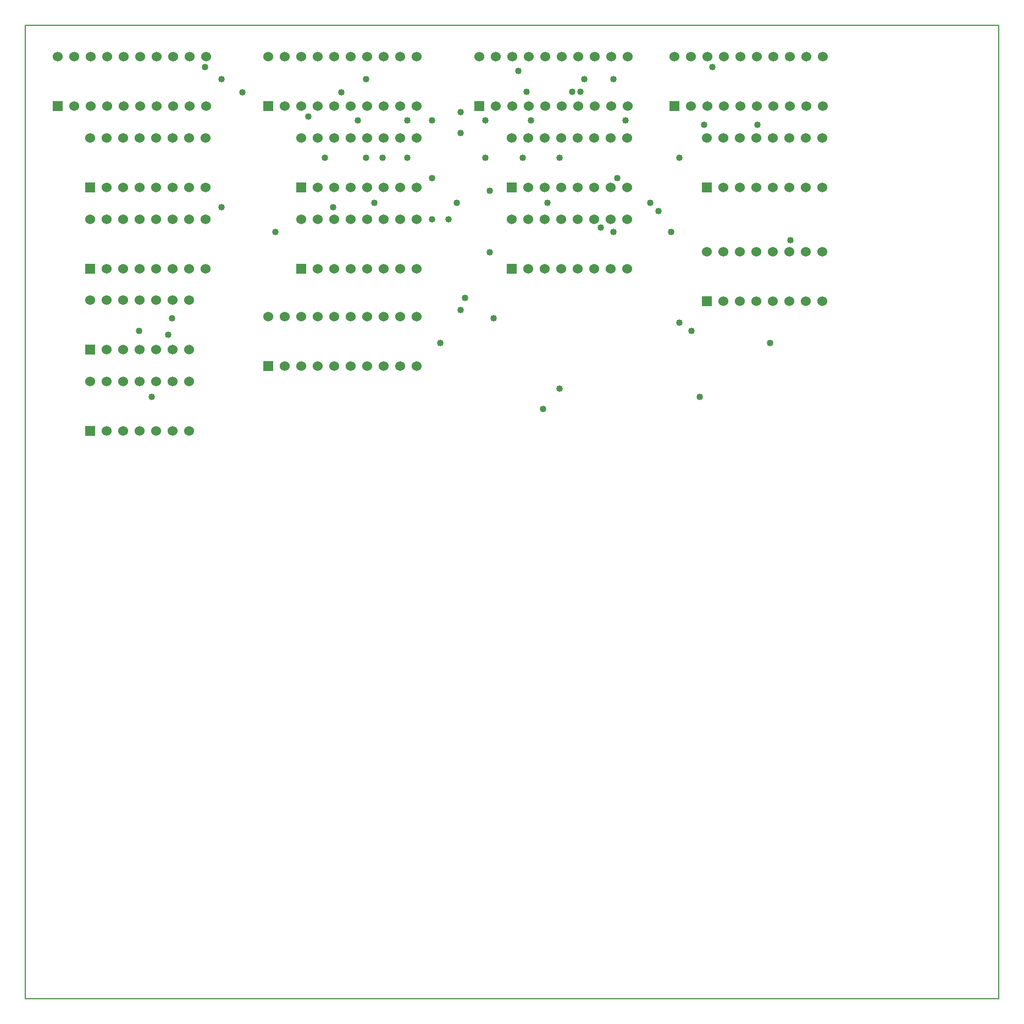
<source format=gbr>
G04 PROTEUS GERBER X2 FILE*
%TF.GenerationSoftware,Labcenter,Proteus,8.6-SP2-Build23525*%
%TF.CreationDate,2019-09-23T20:59:54+00:00*%
%TF.FileFunction,Soldermask,Bot*%
%TF.FilePolarity,Negative*%
%TF.Part,Single*%
%FSLAX45Y45*%
%MOMM*%
G01*
%TA.AperFunction,Material*%
%ADD16C,1.016000*%
%AMPPAD007*
4,1,36,
-0.635000,0.762000,
0.635000,0.762000,
0.660970,0.759470,
0.684980,0.752200,
0.706580,0.740650,
0.725290,0.725290,
0.740650,0.706570,
0.752200,0.684980,
0.759470,0.660970,
0.762000,0.635000,
0.762000,-0.635000,
0.759470,-0.660970,
0.752200,-0.684980,
0.740650,-0.706570,
0.725290,-0.725290,
0.706580,-0.740650,
0.684980,-0.752200,
0.660970,-0.759470,
0.635000,-0.762000,
-0.635000,-0.762000,
-0.660970,-0.759470,
-0.684980,-0.752200,
-0.706580,-0.740650,
-0.725290,-0.725290,
-0.740650,-0.706570,
-0.752200,-0.684980,
-0.759470,-0.660970,
-0.762000,-0.635000,
-0.762000,0.635000,
-0.759470,0.660970,
-0.752200,0.684980,
-0.740650,0.706570,
-0.725290,0.725290,
-0.706580,0.740650,
-0.684980,0.752200,
-0.660970,0.759470,
-0.635000,0.762000,
0*%
%TA.AperFunction,Material*%
%ADD17PPAD007*%
%ADD18C,1.524000*%
%TA.AperFunction,Profile*%
%ADD14C,0.203200*%
%TD.AperFunction*%
D16*
X-1206500Y+8191500D03*
X-2730500Y+6794500D03*
X-11239500Y+6794500D03*
X-2921000Y+9461500D03*
X-2921000Y+6921500D03*
X-1524000Y+6604000D03*
X-10795000Y+6731000D03*
X-2603500Y+5778500D03*
X-11049000Y+5778500D03*
X-2540000Y+9969500D03*
X-1714500Y+9969500D03*
X-10223500Y+10858500D03*
X-6731000Y+8509000D03*
X-3048000Y+8318500D03*
X-3937000Y+8318500D03*
X-6477000Y+8509000D03*
X-3937000Y+10668000D03*
X-3238500Y+8636000D03*
X-7620000Y+8763000D03*
X-3365500Y+8763000D03*
X-7747000Y+10668000D03*
X-9969500Y+10668000D03*
X-9969500Y+8699500D03*
X-8255000Y+8699500D03*
X-4953000Y+8763000D03*
X-6350000Y+8763000D03*
X-2413000Y+10858500D03*
X-4381500Y+10668000D03*
X-6286500Y+9842500D03*
X-5905500Y+10033000D03*
X-5207000Y+10033000D03*
X-5270500Y+10477500D03*
X-4445000Y+10477500D03*
X-4572000Y+10477500D03*
X-9652000Y+10464800D03*
X-8128000Y+10464800D03*
X-8636000Y+10096500D03*
X-5397500Y+10795000D03*
X-6286500Y+7112000D03*
X-6286500Y+10160000D03*
X-6223000Y+7302500D03*
X-7874000Y+10033000D03*
X-7112000Y+10033000D03*
X-7112000Y+9461500D03*
X-7493000Y+9461500D03*
X-8382000Y+9461500D03*
X-7747000Y+9461500D03*
X-4762500Y+5905500D03*
X-5016500Y+5588000D03*
X-4127500Y+8382000D03*
X-3746500Y+10033000D03*
X-3873500Y+9144000D03*
X-6604000Y+6604000D03*
X-6731000Y+9144000D03*
X-6731000Y+10033000D03*
X-4762500Y+9461500D03*
X-5905500Y+9461500D03*
X-5778500Y+6985000D03*
X-10731500Y+6985000D03*
X-5334000Y+9461500D03*
X-5842000Y+8001000D03*
X-5842000Y+8953500D03*
X-9144000Y+8318500D03*
D17*
X-12000000Y+9000000D03*
D18*
X-11746000Y+9000000D03*
X-11492000Y+9000000D03*
X-11238000Y+9000000D03*
X-10984000Y+9000000D03*
X-10730000Y+9000000D03*
X-10476000Y+9000000D03*
X-10222000Y+9000000D03*
X-10222000Y+9762000D03*
X-10476000Y+9762000D03*
X-10730000Y+9762000D03*
X-10984000Y+9762000D03*
X-11238000Y+9762000D03*
X-11492000Y+9762000D03*
X-11746000Y+9762000D03*
X-12000000Y+9762000D03*
D17*
X-12000000Y+7750000D03*
D18*
X-11746000Y+7750000D03*
X-11492000Y+7750000D03*
X-11238000Y+7750000D03*
X-10984000Y+7750000D03*
X-10730000Y+7750000D03*
X-10476000Y+7750000D03*
X-10222000Y+7750000D03*
X-10222000Y+8512000D03*
X-10476000Y+8512000D03*
X-10730000Y+8512000D03*
X-10984000Y+8512000D03*
X-11238000Y+8512000D03*
X-11492000Y+8512000D03*
X-11746000Y+8512000D03*
X-12000000Y+8512000D03*
D17*
X-8750000Y+9000000D03*
D18*
X-8496000Y+9000000D03*
X-8242000Y+9000000D03*
X-7988000Y+9000000D03*
X-7734000Y+9000000D03*
X-7480000Y+9000000D03*
X-7226000Y+9000000D03*
X-6972000Y+9000000D03*
X-6972000Y+9762000D03*
X-7226000Y+9762000D03*
X-7480000Y+9762000D03*
X-7734000Y+9762000D03*
X-7988000Y+9762000D03*
X-8242000Y+9762000D03*
X-8496000Y+9762000D03*
X-8750000Y+9762000D03*
D17*
X-8750000Y+7750000D03*
D18*
X-8496000Y+7750000D03*
X-8242000Y+7750000D03*
X-7988000Y+7750000D03*
X-7734000Y+7750000D03*
X-7480000Y+7750000D03*
X-7226000Y+7750000D03*
X-6972000Y+7750000D03*
X-6972000Y+8512000D03*
X-7226000Y+8512000D03*
X-7480000Y+8512000D03*
X-7734000Y+8512000D03*
X-7988000Y+8512000D03*
X-8242000Y+8512000D03*
X-8496000Y+8512000D03*
X-8750000Y+8512000D03*
D17*
X-9250000Y+10250000D03*
D18*
X-8996000Y+10250000D03*
X-8742000Y+10250000D03*
X-8488000Y+10250000D03*
X-8234000Y+10250000D03*
X-7980000Y+10250000D03*
X-7726000Y+10250000D03*
X-7472000Y+10250000D03*
X-7218000Y+10250000D03*
X-6964000Y+10250000D03*
X-6964000Y+11012000D03*
X-7218000Y+11012000D03*
X-7472000Y+11012000D03*
X-7726000Y+11012000D03*
X-7980000Y+11012000D03*
X-8234000Y+11012000D03*
X-8488000Y+11012000D03*
X-8742000Y+11012000D03*
X-8996000Y+11012000D03*
X-9250000Y+11012000D03*
D17*
X-5500000Y+9000000D03*
D18*
X-5246000Y+9000000D03*
X-4992000Y+9000000D03*
X-4738000Y+9000000D03*
X-4484000Y+9000000D03*
X-4230000Y+9000000D03*
X-3976000Y+9000000D03*
X-3722000Y+9000000D03*
X-3722000Y+9762000D03*
X-3976000Y+9762000D03*
X-4230000Y+9762000D03*
X-4484000Y+9762000D03*
X-4738000Y+9762000D03*
X-4992000Y+9762000D03*
X-5246000Y+9762000D03*
X-5500000Y+9762000D03*
D17*
X-5500000Y+7750000D03*
D18*
X-5246000Y+7750000D03*
X-4992000Y+7750000D03*
X-4738000Y+7750000D03*
X-4484000Y+7750000D03*
X-4230000Y+7750000D03*
X-3976000Y+7750000D03*
X-3722000Y+7750000D03*
X-3722000Y+8512000D03*
X-3976000Y+8512000D03*
X-4230000Y+8512000D03*
X-4484000Y+8512000D03*
X-4738000Y+8512000D03*
X-4992000Y+8512000D03*
X-5246000Y+8512000D03*
X-5500000Y+8512000D03*
D17*
X-6000000Y+10250000D03*
D18*
X-5746000Y+10250000D03*
X-5492000Y+10250000D03*
X-5238000Y+10250000D03*
X-4984000Y+10250000D03*
X-4730000Y+10250000D03*
X-4476000Y+10250000D03*
X-4222000Y+10250000D03*
X-3968000Y+10250000D03*
X-3714000Y+10250000D03*
X-3714000Y+11012000D03*
X-3968000Y+11012000D03*
X-4222000Y+11012000D03*
X-4476000Y+11012000D03*
X-4730000Y+11012000D03*
X-4984000Y+11012000D03*
X-5238000Y+11012000D03*
X-5492000Y+11012000D03*
X-5746000Y+11012000D03*
X-6000000Y+11012000D03*
D17*
X-12000000Y+6500000D03*
D18*
X-11746000Y+6500000D03*
X-11492000Y+6500000D03*
X-11238000Y+6500000D03*
X-10984000Y+6500000D03*
X-10730000Y+6500000D03*
X-10476000Y+6500000D03*
X-10476000Y+7262000D03*
X-10730000Y+7262000D03*
X-10984000Y+7262000D03*
X-11238000Y+7262000D03*
X-11492000Y+7262000D03*
X-11746000Y+7262000D03*
X-12000000Y+7262000D03*
D17*
X-12000000Y+5250000D03*
D18*
X-11746000Y+5250000D03*
X-11492000Y+5250000D03*
X-11238000Y+5250000D03*
X-10984000Y+5250000D03*
X-10730000Y+5250000D03*
X-10476000Y+5250000D03*
X-10476000Y+6012000D03*
X-10730000Y+6012000D03*
X-10984000Y+6012000D03*
X-11238000Y+6012000D03*
X-11492000Y+6012000D03*
X-11746000Y+6012000D03*
X-12000000Y+6012000D03*
D17*
X-9250000Y+6250000D03*
D18*
X-8996000Y+6250000D03*
X-8742000Y+6250000D03*
X-8488000Y+6250000D03*
X-8234000Y+6250000D03*
X-7980000Y+6250000D03*
X-7726000Y+6250000D03*
X-7472000Y+6250000D03*
X-7218000Y+6250000D03*
X-6964000Y+6250000D03*
X-6964000Y+7012000D03*
X-7218000Y+7012000D03*
X-7472000Y+7012000D03*
X-7726000Y+7012000D03*
X-7980000Y+7012000D03*
X-8234000Y+7012000D03*
X-8488000Y+7012000D03*
X-8742000Y+7012000D03*
X-8996000Y+7012000D03*
X-9250000Y+7012000D03*
D17*
X-2500000Y+9000000D03*
D18*
X-2246000Y+9000000D03*
X-1992000Y+9000000D03*
X-1738000Y+9000000D03*
X-1484000Y+9000000D03*
X-1230000Y+9000000D03*
X-976000Y+9000000D03*
X-722000Y+9000000D03*
X-722000Y+9762000D03*
X-976000Y+9762000D03*
X-1230000Y+9762000D03*
X-1484000Y+9762000D03*
X-1738000Y+9762000D03*
X-1992000Y+9762000D03*
X-2246000Y+9762000D03*
X-2500000Y+9762000D03*
D17*
X-2500000Y+7250000D03*
D18*
X-2246000Y+7250000D03*
X-1992000Y+7250000D03*
X-1738000Y+7250000D03*
X-1484000Y+7250000D03*
X-1230000Y+7250000D03*
X-976000Y+7250000D03*
X-722000Y+7250000D03*
X-722000Y+8012000D03*
X-976000Y+8012000D03*
X-1230000Y+8012000D03*
X-1484000Y+8012000D03*
X-1738000Y+8012000D03*
X-1992000Y+8012000D03*
X-2246000Y+8012000D03*
X-2500000Y+8012000D03*
D17*
X-3000000Y+10250000D03*
D18*
X-2746000Y+10250000D03*
X-2492000Y+10250000D03*
X-2238000Y+10250000D03*
X-1984000Y+10250000D03*
X-1730000Y+10250000D03*
X-1476000Y+10250000D03*
X-1222000Y+10250000D03*
X-968000Y+10250000D03*
X-714000Y+10250000D03*
X-714000Y+11012000D03*
X-968000Y+11012000D03*
X-1222000Y+11012000D03*
X-1476000Y+11012000D03*
X-1730000Y+11012000D03*
X-1984000Y+11012000D03*
X-2238000Y+11012000D03*
X-2492000Y+11012000D03*
X-2746000Y+11012000D03*
X-3000000Y+11012000D03*
D17*
X-12500000Y+10250000D03*
D18*
X-12246000Y+10250000D03*
X-11992000Y+10250000D03*
X-11738000Y+10250000D03*
X-11484000Y+10250000D03*
X-11230000Y+10250000D03*
X-10976000Y+10250000D03*
X-10722000Y+10250000D03*
X-10468000Y+10250000D03*
X-10214000Y+10250000D03*
X-10214000Y+11012000D03*
X-10468000Y+11012000D03*
X-10722000Y+11012000D03*
X-10976000Y+11012000D03*
X-11230000Y+11012000D03*
X-11484000Y+11012000D03*
X-11738000Y+11012000D03*
X-11992000Y+11012000D03*
X-12246000Y+11012000D03*
X-12500000Y+11012000D03*
D14*
X-13000000Y-3500000D02*
X+2000000Y-3500000D01*
X+2000000Y+11500000D01*
X-13000000Y+11500000D01*
X-13000000Y-3500000D01*
M02*

</source>
